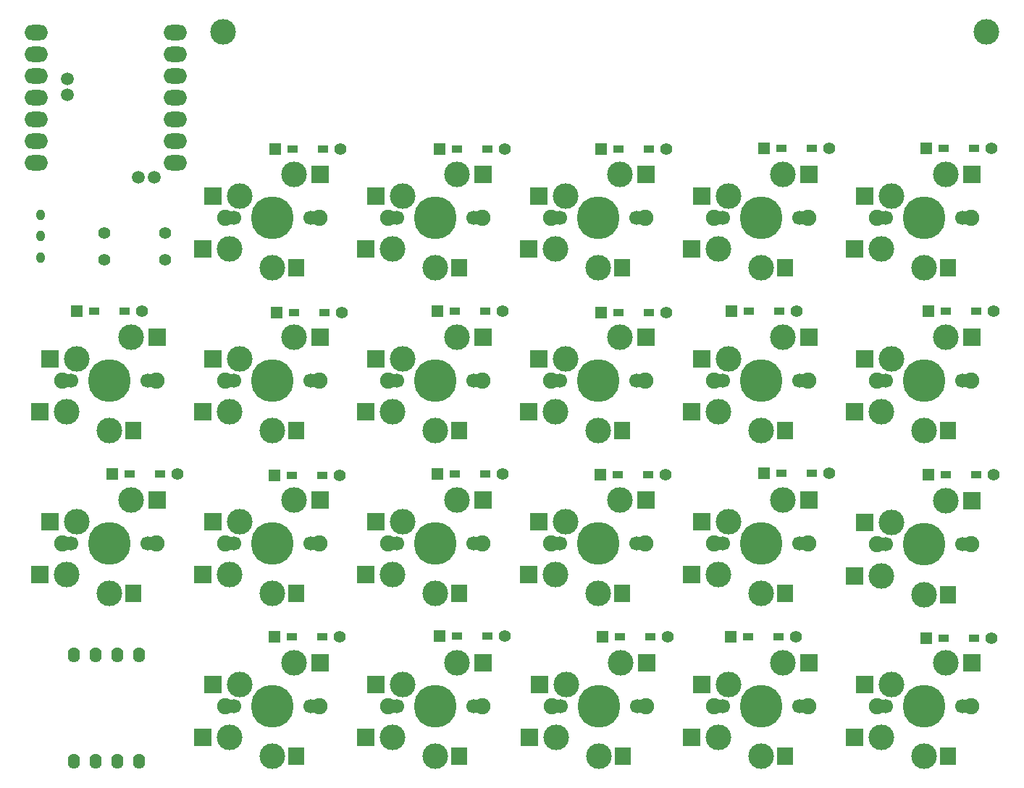
<source format=gbr>
%TF.GenerationSoftware,KiCad,Pcbnew,8.0.7*%
%TF.CreationDate,2025-02-20T17:21:25+09:00*%
%TF.ProjectId,cool642az1uball_R,636f6f6c-3634-4326-917a-317562616c6c,rev?*%
%TF.SameCoordinates,Original*%
%TF.FileFunction,Soldermask,Bot*%
%TF.FilePolarity,Negative*%
%FSLAX46Y46*%
G04 Gerber Fmt 4.6, Leading zero omitted, Abs format (unit mm)*
G04 Created by KiCad (PCBNEW 8.0.7) date 2025-02-20 17:21:25*
%MOMM*%
%LPD*%
G01*
G04 APERTURE LIST*
%ADD10R,1.397000X1.397000*%
%ADD11R,1.300000X0.950000*%
%ADD12C,1.397000*%
%ADD13O,1.397000X1.778000*%
%ADD14C,1.900000*%
%ADD15C,1.700000*%
%ADD16C,3.000000*%
%ADD17C,5.000000*%
%ADD18R,2.000000X2.000000*%
%ADD19R,1.900000X2.000000*%
%ADD20O,1.000000X1.300000*%
%ADD21O,2.750000X1.800000*%
%ADD22C,1.500000*%
G04 APERTURE END LIST*
D10*
%TO.C,D7*%
X19340000Y-30010000D03*
D11*
X21375000Y-30010000D03*
X24925000Y-30010000D03*
D12*
X26960000Y-30010000D03*
%TD*%
D13*
%TO.C,OL1*%
X-23180000Y-51200000D03*
X-23180000Y-63646000D03*
X-20640000Y-51200000D03*
X-20640000Y-63646000D03*
X-18100000Y-51200000D03*
X-18100000Y-63646000D03*
X-15560000Y-51200000D03*
X-15560000Y-63646000D03*
%TD*%
D10*
%TO.C,D11*%
X38370000Y-30100000D03*
D11*
X40405000Y-30100000D03*
X43955000Y-30100000D03*
D12*
X45990000Y-30100000D03*
%TD*%
D14*
%TO.C,SW1*%
X-5500000Y0D03*
D15*
X-5080000Y0D03*
D16*
X-5000000Y-3700000D03*
D15*
X-4500000Y0D03*
D16*
X-3810000Y2540000D03*
D17*
X0Y0D03*
D16*
X0Y-5900000D03*
X2540000Y5080000D03*
D15*
X4500000Y0D03*
X5080000Y0D03*
D14*
X5500000Y0D03*
D18*
X-8100000Y-3700000D03*
X-6900000Y2540000D03*
D19*
X2800000Y-5900000D03*
D18*
X5600000Y5080000D03*
%TD*%
D10*
%TO.C,D20*%
X76510000Y-49200000D03*
D11*
X78545000Y-49200000D03*
X82095000Y-49200000D03*
D12*
X84130000Y-49200000D03*
%TD*%
D14*
%TO.C,SW8*%
X-24550000Y-38100000D03*
D15*
X-24130000Y-38100000D03*
D16*
X-24050000Y-41800000D03*
D15*
X-23550000Y-38100000D03*
D16*
X-22860000Y-35560000D03*
D17*
X-19050000Y-38100000D03*
D16*
X-19050000Y-44000000D03*
X-16510000Y-33020000D03*
D15*
X-14550000Y-38100000D03*
X-13970000Y-38100000D03*
D14*
X-13550000Y-38100000D03*
D18*
X-27150000Y-41800000D03*
X-25950000Y-35560000D03*
D19*
X-16250000Y-44000000D03*
D18*
X-13450000Y-33020000D03*
%TD*%
D10*
%TO.C,D13*%
X57500000Y8140000D03*
D11*
X59535000Y8140000D03*
X63085000Y8140000D03*
D12*
X65120000Y8140000D03*
%TD*%
D14*
%TO.C,SW16*%
X13550000Y-57150000D03*
D15*
X13970000Y-57150000D03*
D16*
X14050000Y-60850000D03*
D15*
X14550000Y-57150000D03*
D16*
X15240000Y-54610000D03*
D17*
X19050000Y-57150000D03*
D16*
X19050000Y-63050000D03*
X21590000Y-52070000D03*
D15*
X23550000Y-57150000D03*
X24130000Y-57150000D03*
D14*
X24550000Y-57150000D03*
D18*
X10950000Y-60850000D03*
X12150000Y-54610000D03*
D19*
X21850000Y-63050000D03*
D18*
X24650000Y-52070000D03*
%TD*%
D20*
%TO.C,SW21*%
X-27070000Y-4670000D03*
X-27070000Y-2170000D03*
X-27070000Y330000D03*
%TD*%
D14*
%TO.C,SW13*%
X51650000Y0D03*
D15*
X52070000Y0D03*
D16*
X52150000Y-3700000D03*
D15*
X52650000Y0D03*
D16*
X53340000Y2540000D03*
D17*
X57150000Y0D03*
D16*
X57150000Y-5900000D03*
X59690000Y5080000D03*
D15*
X61650000Y0D03*
X62230000Y0D03*
D14*
X62650000Y0D03*
D18*
X49050000Y-3700000D03*
X50250000Y2540000D03*
D19*
X59950000Y-5900000D03*
D18*
X62750000Y5080000D03*
%TD*%
D10*
%TO.C,D15*%
X57500000Y-29950000D03*
D11*
X59535000Y-29950000D03*
X63085000Y-29950000D03*
D12*
X65120000Y-29950000D03*
%TD*%
D10*
%TO.C,D1*%
X350000Y8000000D03*
D11*
X2385000Y8000000D03*
X5935000Y8000000D03*
D12*
X7970000Y8000000D03*
%TD*%
D10*
%TO.C,D9*%
X38490000Y8000000D03*
D11*
X40525000Y8000000D03*
X44075000Y8000000D03*
D12*
X46110000Y8000000D03*
%TD*%
D10*
%TO.C,D17*%
X76480000Y8060000D03*
D11*
X78515000Y8060000D03*
X82065000Y8060000D03*
D12*
X84100000Y8060000D03*
%TD*%
D10*
%TO.C,D4*%
X-22850000Y-10950000D03*
D11*
X-20815000Y-10950000D03*
X-17265000Y-10950000D03*
D12*
X-15230000Y-10950000D03*
%TD*%
%TO.C,R1*%
X-19632000Y-1788480D03*
X-12520000Y-1788480D03*
%TD*%
D10*
%TO.C,D16*%
X19570000Y-48970000D03*
D11*
X21605000Y-48970000D03*
X25155000Y-48970000D03*
D12*
X27190000Y-48970000D03*
%TD*%
D10*
%TO.C,D21*%
X38660000Y-49030000D03*
D11*
X40695000Y-49030000D03*
X44245000Y-49030000D03*
D12*
X46280000Y-49030000D03*
%TD*%
D14*
%TO.C,SW17*%
X70700000Y0D03*
D15*
X71120000Y0D03*
D16*
X71200000Y-3700000D03*
D15*
X71700000Y0D03*
D16*
X72390000Y2540000D03*
D17*
X76200000Y0D03*
D16*
X76200000Y-5900000D03*
X78740000Y5080000D03*
D15*
X80700000Y0D03*
X81280000Y0D03*
D14*
X81700000Y0D03*
D18*
X68100000Y-3700000D03*
X69300000Y2540000D03*
D19*
X79000000Y-5900000D03*
D18*
X81800000Y5080000D03*
%TD*%
D10*
%TO.C,D3*%
X295000Y-30130000D03*
D11*
X2330000Y-30130000D03*
X5880000Y-30130000D03*
D12*
X7915000Y-30130000D03*
%TD*%
D10*
%TO.C,D19*%
X76740000Y-30110000D03*
D11*
X78775000Y-30110000D03*
X82325000Y-30110000D03*
D12*
X84360000Y-30110000D03*
%TD*%
D14*
%TO.C,SW11*%
X32600000Y-38100000D03*
D15*
X33020000Y-38100000D03*
D16*
X33100000Y-41800000D03*
D15*
X33600000Y-38100000D03*
D16*
X34290000Y-35560000D03*
D17*
X38100000Y-38100000D03*
D16*
X38100000Y-44000000D03*
X40640000Y-33020000D03*
D15*
X42600000Y-38100000D03*
X43180000Y-38100000D03*
D14*
X43600000Y-38100000D03*
D18*
X30000000Y-41800000D03*
X31200000Y-35560000D03*
D19*
X40900000Y-44000000D03*
D18*
X43700000Y-33020000D03*
%TD*%
D14*
%TO.C,SW23*%
X51650000Y-57150000D03*
D15*
X52070000Y-57150000D03*
D16*
X52150000Y-60850000D03*
D15*
X52650000Y-57150000D03*
D16*
X53340000Y-54610000D03*
D17*
X57150000Y-57150000D03*
D16*
X57150000Y-63050000D03*
X59690000Y-52070000D03*
D15*
X61650000Y-57150000D03*
X62230000Y-57150000D03*
D14*
X62650000Y-57150000D03*
D18*
X49050000Y-60850000D03*
X50250000Y-54610000D03*
D19*
X59950000Y-63050000D03*
D18*
X62750000Y-52070000D03*
%TD*%
D14*
%TO.C,SW12*%
X-5500000Y-57150000D03*
D15*
X-5080000Y-57150000D03*
D16*
X-5000000Y-60850000D03*
D15*
X-4500000Y-57150000D03*
D16*
X-3810000Y-54610000D03*
D17*
X0Y-57150000D03*
D16*
X0Y-63050000D03*
X2540000Y-52070000D03*
D15*
X4500000Y-57150000D03*
X5080000Y-57150000D03*
D14*
X5500000Y-57150000D03*
D18*
X-8100000Y-60850000D03*
X-6900000Y-54610000D03*
D19*
X2800000Y-63050000D03*
D18*
X5600000Y-52070000D03*
%TD*%
D14*
%TO.C,SW19*%
X70700000Y-38200000D03*
D15*
X71120000Y-38200000D03*
D16*
X71200000Y-41900000D03*
D15*
X71700000Y-38200000D03*
D16*
X72390000Y-35660000D03*
D17*
X76200000Y-38200000D03*
D16*
X76200000Y-44100000D03*
X78740000Y-33120000D03*
D15*
X80700000Y-38200000D03*
X81280000Y-38200000D03*
D14*
X81700000Y-38200000D03*
D18*
X68100000Y-41900000D03*
X69300000Y-35660000D03*
D19*
X79000000Y-44100000D03*
D18*
X81800000Y-33120000D03*
%TD*%
D14*
%TO.C,SW20*%
X70700000Y-57150000D03*
D15*
X71120000Y-57150000D03*
D16*
X71200000Y-60850000D03*
D15*
X71700000Y-57150000D03*
D16*
X72390000Y-54610000D03*
D17*
X76200000Y-57150000D03*
D16*
X76200000Y-63050000D03*
X78740000Y-52070000D03*
D15*
X80700000Y-57150000D03*
X81280000Y-57150000D03*
D14*
X81700000Y-57150000D03*
D18*
X68100000Y-60850000D03*
X69300000Y-54610000D03*
D19*
X79000000Y-63050000D03*
D18*
X81800000Y-52070000D03*
%TD*%
D10*
%TO.C,D10*%
X38430000Y-11150000D03*
D11*
X40465000Y-11150000D03*
X44015000Y-11150000D03*
D12*
X46050000Y-11150000D03*
%TD*%
%TO.C,R2*%
X-19632000Y-4940000D03*
X-12520000Y-4940000D03*
%TD*%
D14*
%TO.C,SW7*%
X13550000Y-38100000D03*
D15*
X13970000Y-38100000D03*
D16*
X14050000Y-41800000D03*
D15*
X14550000Y-38100000D03*
D16*
X15240000Y-35560000D03*
D17*
X19050000Y-38100000D03*
D16*
X19050000Y-44000000D03*
X21590000Y-33020000D03*
D15*
X23550000Y-38100000D03*
X24130000Y-38100000D03*
D14*
X24550000Y-38100000D03*
D18*
X10950000Y-41800000D03*
X12150000Y-35560000D03*
D19*
X21850000Y-44000000D03*
D18*
X24650000Y-33020000D03*
%TD*%
D10*
%TO.C,D22*%
X53590000Y-49060000D03*
D11*
X55625000Y-49060000D03*
X59175000Y-49060000D03*
D12*
X61210000Y-49060000D03*
%TD*%
D14*
%TO.C,SW10*%
X32600000Y-19050000D03*
D15*
X33020000Y-19050000D03*
D16*
X33100000Y-22750000D03*
D15*
X33600000Y-19050000D03*
D16*
X34290000Y-16510000D03*
D17*
X38100000Y-19050000D03*
D16*
X38100000Y-24950000D03*
X40640000Y-13970000D03*
D15*
X42600000Y-19050000D03*
X43180000Y-19050000D03*
D14*
X43600000Y-19050000D03*
D18*
X30000000Y-22750000D03*
X31200000Y-16510000D03*
D19*
X40900000Y-24950000D03*
D18*
X43700000Y-13970000D03*
%TD*%
D10*
%TO.C,D2*%
X500000Y-11080000D03*
D11*
X2535000Y-11080000D03*
X6085000Y-11080000D03*
D12*
X8120000Y-11080000D03*
%TD*%
D10*
%TO.C,D6*%
X19340000Y-10980000D03*
D11*
X21375000Y-10980000D03*
X24925000Y-10980000D03*
D12*
X26960000Y-10980000D03*
%TD*%
D14*
%TO.C,SW5*%
X13550000Y0D03*
D15*
X13970000Y0D03*
D16*
X14050000Y-3700000D03*
D15*
X14550000Y0D03*
D16*
X15240000Y2540000D03*
D17*
X19050000Y0D03*
D16*
X19050000Y-5900000D03*
X21590000Y5080000D03*
D15*
X23550000Y0D03*
X24130000Y0D03*
D14*
X24550000Y0D03*
D18*
X10950000Y-3700000D03*
X12150000Y2540000D03*
D19*
X21850000Y-5900000D03*
D18*
X24650000Y5080000D03*
%TD*%
D14*
%TO.C,SW6*%
X13550000Y-19050000D03*
D15*
X13970000Y-19050000D03*
D16*
X14050000Y-22750000D03*
D15*
X14550000Y-19050000D03*
D16*
X15240000Y-16510000D03*
D17*
X19050000Y-19050000D03*
D16*
X19050000Y-24950000D03*
X21590000Y-13970000D03*
D15*
X23550000Y-19050000D03*
X24130000Y-19050000D03*
D14*
X24550000Y-19050000D03*
D18*
X10950000Y-22750000D03*
X12150000Y-16510000D03*
D19*
X21850000Y-24950000D03*
D18*
X24650000Y-13970000D03*
%TD*%
D14*
%TO.C,SW9*%
X32600000Y0D03*
D15*
X33020000Y0D03*
D16*
X33100000Y-3700000D03*
D15*
X33600000Y0D03*
D16*
X34290000Y2540000D03*
D17*
X38100000Y0D03*
D16*
X38100000Y-5900000D03*
X40640000Y5080000D03*
D15*
X42600000Y0D03*
X43180000Y0D03*
D14*
X43600000Y0D03*
D18*
X30000000Y-3700000D03*
X31200000Y2540000D03*
D19*
X40900000Y-5900000D03*
D18*
X43700000Y5080000D03*
%TD*%
D14*
%TO.C,SW4*%
X-24550000Y-19050000D03*
D15*
X-24130000Y-19050000D03*
D16*
X-24050000Y-22750000D03*
D15*
X-23550000Y-19050000D03*
D16*
X-22860000Y-16510000D03*
D17*
X-19050000Y-19050000D03*
D16*
X-19050000Y-24950000D03*
X-16510000Y-13970000D03*
D15*
X-14550000Y-19050000D03*
X-13970000Y-19050000D03*
D14*
X-13550000Y-19050000D03*
D18*
X-27150000Y-22750000D03*
X-25950000Y-16510000D03*
D19*
X-16250000Y-24950000D03*
D18*
X-13450000Y-13970000D03*
%TD*%
D14*
%TO.C,SW22*%
X32700000Y-57150000D03*
D15*
X33120000Y-57150000D03*
D16*
X33200000Y-60850000D03*
D15*
X33700000Y-57150000D03*
D16*
X34390000Y-54610000D03*
D17*
X38200000Y-57150000D03*
D16*
X38200000Y-63050000D03*
X40740000Y-52070000D03*
D15*
X42700000Y-57150000D03*
X43280000Y-57150000D03*
D14*
X43700000Y-57150000D03*
D18*
X30100000Y-60850000D03*
X31300000Y-54610000D03*
D19*
X41000000Y-63050000D03*
D18*
X43800000Y-52070000D03*
%TD*%
D10*
%TO.C,D8*%
X-18680000Y-29980000D03*
D11*
X-16645000Y-29980000D03*
X-13095000Y-29980000D03*
D12*
X-11060000Y-29980000D03*
%TD*%
D16*
%TO.C,BT1*%
X-5730000Y21730000D03*
X83540000Y21770000D03*
%TD*%
D10*
%TO.C,D14*%
X53680000Y-10930000D03*
D11*
X55715000Y-10930000D03*
X59265000Y-10930000D03*
D12*
X61300000Y-10930000D03*
%TD*%
D10*
%TO.C,D12*%
X300000Y-49060000D03*
D11*
X2335000Y-49060000D03*
X5885000Y-49060000D03*
D12*
X7920000Y-49060000D03*
%TD*%
D10*
%TO.C,D5*%
X19600000Y8040000D03*
D11*
X21635000Y8040000D03*
X25185000Y8040000D03*
D12*
X27220000Y8040000D03*
%TD*%
D14*
%TO.C,SW2*%
X-5500000Y-19050000D03*
D15*
X-5080000Y-19050000D03*
D16*
X-5000000Y-22750000D03*
D15*
X-4500000Y-19050000D03*
D16*
X-3810000Y-16510000D03*
D17*
X0Y-19050000D03*
D16*
X0Y-24950000D03*
X2540000Y-13970000D03*
D15*
X4500000Y-19050000D03*
X5080000Y-19050000D03*
D14*
X5500000Y-19050000D03*
D18*
X-8100000Y-22750000D03*
X-6900000Y-16510000D03*
D19*
X2800000Y-24950000D03*
D18*
X5600000Y-13970000D03*
%TD*%
D14*
%TO.C,SW18*%
X70700000Y-19050000D03*
D15*
X71120000Y-19050000D03*
D16*
X71200000Y-22750000D03*
D15*
X71700000Y-19050000D03*
D16*
X72390000Y-16510000D03*
D17*
X76200000Y-19050000D03*
D16*
X76200000Y-24950000D03*
X78740000Y-13970000D03*
D15*
X80700000Y-19050000D03*
X81280000Y-19050000D03*
D14*
X81700000Y-19050000D03*
D18*
X68100000Y-22750000D03*
X69300000Y-16510000D03*
D19*
X79000000Y-24950000D03*
D18*
X81800000Y-13970000D03*
%TD*%
D14*
%TO.C,SW14*%
X51650000Y-19050000D03*
D15*
X52070000Y-19050000D03*
D16*
X52150000Y-22750000D03*
D15*
X52650000Y-19050000D03*
D16*
X53340000Y-16510000D03*
D17*
X57150000Y-19050000D03*
D16*
X57150000Y-24950000D03*
X59690000Y-13970000D03*
D15*
X61650000Y-19050000D03*
X62230000Y-19050000D03*
D14*
X62650000Y-19050000D03*
D18*
X49050000Y-22750000D03*
X50250000Y-16510000D03*
D19*
X59950000Y-24950000D03*
D18*
X62750000Y-13970000D03*
%TD*%
D10*
%TO.C,D18*%
X76730000Y-10920000D03*
D11*
X78765000Y-10920000D03*
X82315000Y-10920000D03*
D12*
X84350000Y-10920000D03*
%TD*%
D14*
%TO.C,SW15*%
X51650000Y-38100000D03*
D15*
X52070000Y-38100000D03*
D16*
X52150000Y-41800000D03*
D15*
X52650000Y-38100000D03*
D16*
X53340000Y-35560000D03*
D17*
X57150000Y-38100000D03*
D16*
X57150000Y-44000000D03*
X59690000Y-33020000D03*
D15*
X61650000Y-38100000D03*
X62230000Y-38100000D03*
D14*
X62650000Y-38100000D03*
D18*
X49050000Y-41800000D03*
X50250000Y-35560000D03*
D19*
X59950000Y-44000000D03*
D18*
X62750000Y-33020000D03*
%TD*%
D21*
%TO.C,U1*%
X-27590000Y21650000D03*
X-27590000Y19110000D03*
X-27590000Y16570000D03*
X-27590000Y14030000D03*
X-27590000Y11490000D03*
X-27590000Y8950000D03*
X-27590000Y6410000D03*
X-11350000Y6410000D03*
X-11350000Y8950000D03*
X-11350000Y11490000D03*
X-11350000Y14030000D03*
X-11350000Y16570000D03*
X-11350000Y19110000D03*
X-11350000Y21650000D03*
D22*
X-15634600Y4718000D03*
X-13755000Y4718000D03*
X-23915000Y14347000D03*
X-23915000Y16252000D03*
%TD*%
D14*
%TO.C,SW3*%
X-5500000Y-38100000D03*
D15*
X-5080000Y-38100000D03*
D16*
X-5000000Y-41800000D03*
D15*
X-4500000Y-38100000D03*
D16*
X-3810000Y-35560000D03*
D17*
X0Y-38100000D03*
D16*
X0Y-44000000D03*
X2540000Y-33020000D03*
D15*
X4500000Y-38100000D03*
X5080000Y-38100000D03*
D14*
X5500000Y-38100000D03*
D18*
X-8100000Y-41800000D03*
X-6900000Y-35560000D03*
D19*
X2800000Y-44000000D03*
D18*
X5600000Y-33020000D03*
%TD*%
M02*

</source>
